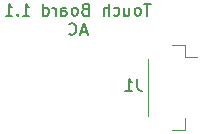
<source format=gbo>
G04 #@! TF.GenerationSoftware,KiCad,Pcbnew,5.1.10-88a1d61d58~88~ubuntu20.04.1*
G04 #@! TF.CreationDate,2021-05-03T06:19:38-04:00*
G04 #@! TF.ProjectId,SpaceCenter_TouchBoard_KiCAD,53706163-6543-4656-9e74-65725f546f75,rev?*
G04 #@! TF.SameCoordinates,Original*
G04 #@! TF.FileFunction,Legend,Bot*
G04 #@! TF.FilePolarity,Positive*
%FSLAX46Y46*%
G04 Gerber Fmt 4.6, Leading zero omitted, Abs format (unit mm)*
G04 Created by KiCad (PCBNEW 5.1.10-88a1d61d58~88~ubuntu20.04.1) date 2021-05-03 06:19:38*
%MOMM*%
%LPD*%
G01*
G04 APERTURE LIST*
%ADD10C,0.150000*%
%ADD11C,0.120000*%
G04 APERTURE END LIST*
D10*
X140937476Y-89495880D02*
X140366047Y-89495880D01*
X140651761Y-90495880D02*
X140651761Y-89495880D01*
X139889857Y-90495880D02*
X139985095Y-90448261D01*
X140032714Y-90400642D01*
X140080333Y-90305404D01*
X140080333Y-90019690D01*
X140032714Y-89924452D01*
X139985095Y-89876833D01*
X139889857Y-89829214D01*
X139747000Y-89829214D01*
X139651761Y-89876833D01*
X139604142Y-89924452D01*
X139556523Y-90019690D01*
X139556523Y-90305404D01*
X139604142Y-90400642D01*
X139651761Y-90448261D01*
X139747000Y-90495880D01*
X139889857Y-90495880D01*
X138699380Y-89829214D02*
X138699380Y-90495880D01*
X139127952Y-89829214D02*
X139127952Y-90353023D01*
X139080333Y-90448261D01*
X138985095Y-90495880D01*
X138842238Y-90495880D01*
X138747000Y-90448261D01*
X138699380Y-90400642D01*
X137794619Y-90448261D02*
X137889857Y-90495880D01*
X138080333Y-90495880D01*
X138175571Y-90448261D01*
X138223190Y-90400642D01*
X138270809Y-90305404D01*
X138270809Y-90019690D01*
X138223190Y-89924452D01*
X138175571Y-89876833D01*
X138080333Y-89829214D01*
X137889857Y-89829214D01*
X137794619Y-89876833D01*
X137366047Y-90495880D02*
X137366047Y-89495880D01*
X136937476Y-90495880D02*
X136937476Y-89972071D01*
X136985095Y-89876833D01*
X137080333Y-89829214D01*
X137223190Y-89829214D01*
X137318428Y-89876833D01*
X137366047Y-89924452D01*
X135366047Y-89972071D02*
X135223190Y-90019690D01*
X135175571Y-90067309D01*
X135127952Y-90162547D01*
X135127952Y-90305404D01*
X135175571Y-90400642D01*
X135223190Y-90448261D01*
X135318428Y-90495880D01*
X135699380Y-90495880D01*
X135699380Y-89495880D01*
X135366047Y-89495880D01*
X135270809Y-89543500D01*
X135223190Y-89591119D01*
X135175571Y-89686357D01*
X135175571Y-89781595D01*
X135223190Y-89876833D01*
X135270809Y-89924452D01*
X135366047Y-89972071D01*
X135699380Y-89972071D01*
X134556523Y-90495880D02*
X134651761Y-90448261D01*
X134699380Y-90400642D01*
X134747000Y-90305404D01*
X134747000Y-90019690D01*
X134699380Y-89924452D01*
X134651761Y-89876833D01*
X134556523Y-89829214D01*
X134413666Y-89829214D01*
X134318428Y-89876833D01*
X134270809Y-89924452D01*
X134223190Y-90019690D01*
X134223190Y-90305404D01*
X134270809Y-90400642D01*
X134318428Y-90448261D01*
X134413666Y-90495880D01*
X134556523Y-90495880D01*
X133366047Y-90495880D02*
X133366047Y-89972071D01*
X133413666Y-89876833D01*
X133508904Y-89829214D01*
X133699380Y-89829214D01*
X133794619Y-89876833D01*
X133366047Y-90448261D02*
X133461285Y-90495880D01*
X133699380Y-90495880D01*
X133794619Y-90448261D01*
X133842238Y-90353023D01*
X133842238Y-90257785D01*
X133794619Y-90162547D01*
X133699380Y-90114928D01*
X133461285Y-90114928D01*
X133366047Y-90067309D01*
X132889857Y-90495880D02*
X132889857Y-89829214D01*
X132889857Y-90019690D02*
X132842238Y-89924452D01*
X132794619Y-89876833D01*
X132699380Y-89829214D01*
X132604142Y-89829214D01*
X131842238Y-90495880D02*
X131842238Y-89495880D01*
X131842238Y-90448261D02*
X131937476Y-90495880D01*
X132127952Y-90495880D01*
X132223190Y-90448261D01*
X132270809Y-90400642D01*
X132318428Y-90305404D01*
X132318428Y-90019690D01*
X132270809Y-89924452D01*
X132223190Y-89876833D01*
X132127952Y-89829214D01*
X131937476Y-89829214D01*
X131842238Y-89876833D01*
X130080333Y-90495880D02*
X130651761Y-90495880D01*
X130366047Y-90495880D02*
X130366047Y-89495880D01*
X130461285Y-89638738D01*
X130556523Y-89733976D01*
X130651761Y-89781595D01*
X129651761Y-90400642D02*
X129604142Y-90448261D01*
X129651761Y-90495880D01*
X129699380Y-90448261D01*
X129651761Y-90400642D01*
X129651761Y-90495880D01*
X128651761Y-90495880D02*
X129223190Y-90495880D01*
X128937476Y-90495880D02*
X128937476Y-89495880D01*
X129032714Y-89638738D01*
X129127952Y-89733976D01*
X129223190Y-89781595D01*
X135485095Y-91860166D02*
X135008904Y-91860166D01*
X135580333Y-92145880D02*
X135247000Y-91145880D01*
X134913666Y-92145880D01*
X134008904Y-92050642D02*
X134056523Y-92098261D01*
X134199380Y-92145880D01*
X134294619Y-92145880D01*
X134437476Y-92098261D01*
X134532714Y-92003023D01*
X134580333Y-91907785D01*
X134627952Y-91717309D01*
X134627952Y-91574452D01*
X134580333Y-91383976D01*
X134532714Y-91288738D01*
X134437476Y-91193500D01*
X134294619Y-91145880D01*
X134199380Y-91145880D01*
X134056523Y-91193500D01*
X134008904Y-91241119D01*
D11*
X140738000Y-94143500D02*
X140738000Y-99023500D01*
X143858000Y-100193500D02*
X143858000Y-99143500D01*
X142708000Y-100193500D02*
X143858000Y-100193500D01*
X143858000Y-94023500D02*
X144848000Y-94023500D01*
X143858000Y-92973500D02*
X143858000Y-94023500D01*
X142708000Y-92973500D02*
X143858000Y-92973500D01*
D10*
X139781333Y-95845380D02*
X139781333Y-96559666D01*
X139828952Y-96702523D01*
X139924190Y-96797761D01*
X140067047Y-96845380D01*
X140162285Y-96845380D01*
X138781333Y-96845380D02*
X139352761Y-96845380D01*
X139067047Y-96845380D02*
X139067047Y-95845380D01*
X139162285Y-95988238D01*
X139257523Y-96083476D01*
X139352761Y-96131095D01*
M02*

</source>
